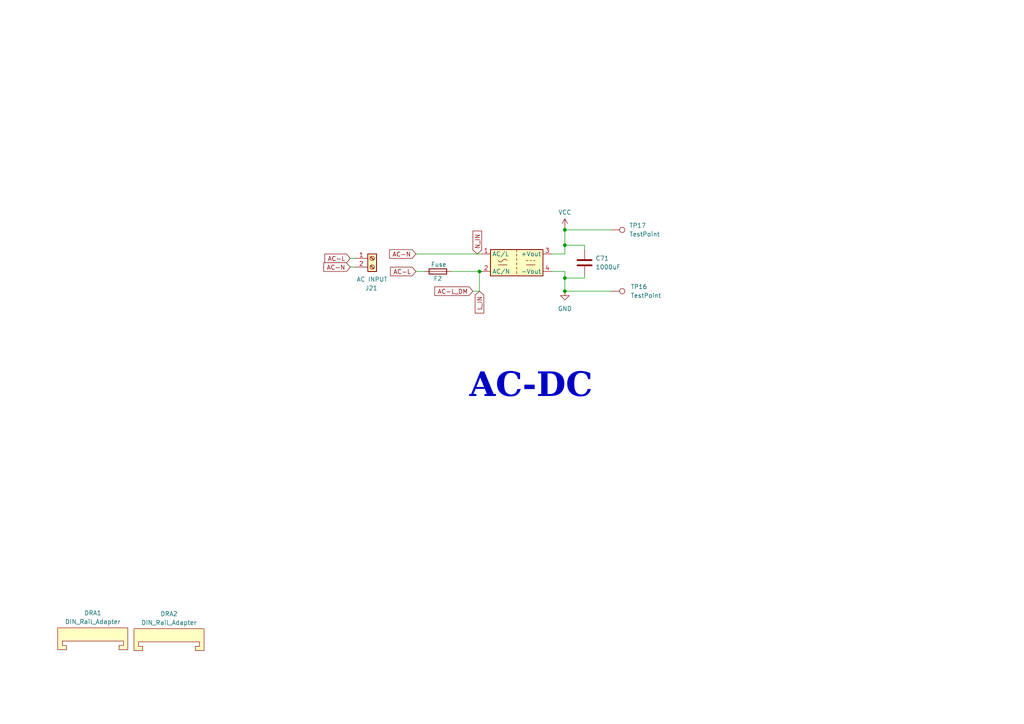
<source format=kicad_sch>
(kicad_sch (version 20231120) (generator "eeschema") (generator_version "8.0")
  (paper "A4")
  (lib_symbols
    (symbol "Connector:Screw_Terminal_01x02" (pin_names (offset 1.016) hide)
      (property "Reference" "J" (at 0 2.54 0))
      (property "Value" "Screw_Terminal_01x02" (at 0 -5.08 0))
      (symbol "Screw_Terminal_01x02_1_1"
        (rectangle (start -1.27 1.27) (end 1.27 -3.81) (stroke (width 0.254)) (fill (type background)))
        (circle (center 0 -2.54) (radius 0.635) (stroke (width 0.1524)))
        (polyline (pts (xy -0.5334 -2.2098) (xy 0.3302 -3.048)) (stroke (width 0.1524)))
        (polyline (pts (xy -0.5334 0.3302) (xy 0.3302 -0.508)) (stroke (width 0.1524)))
        (polyline (pts (xy -0.3556 -2.032) (xy 0.508 -2.8702)) (stroke (width 0.1524)))
        (polyline (pts (xy -0.3556 0.508) (xy 0.508 -0.3302)) (stroke (width 0.1524)))
        (circle (center 0 0) (radius 0.635) (stroke (width 0.1524)))
        (pin passive line (at -5.08 0 0) (length 3.81) (name "Pin_1") (number "1"))
        (pin passive line (at -5.08 -2.54 0) (length 3.81) (name "Pin_2") (number "2"))
      )
    )
    (symbol "Connector:TestPoint" (pin_numbers hide) (pin_names (offset 0.762) hide)
      (property "Reference" "TP" (at 0 6.858 0))
      (property "Value" "TestPoint" (at 0 5.08 0))
      (symbol "TestPoint_0_1"
        (circle (center 0 3.302) (radius 0.762))
      )
      (symbol "TestPoint_1_1"
        (pin passive line (at 0 0 90) (length 2.54) (name "1") (number "1"))
      )
    )
    (symbol "Converter_ACDC:HLK-12M05A"
      (property "Reference" "PS" (at 0 5.08 0))
      (property "Value" "HLK-12M05A" (at 0 -5.08 0))
      (symbol "HLK-12M05A_0_1"
        (rectangle (start -7.62 3.81) (end 7.62 -3.81) (stroke (width 0.254)) (fill (type background)))
        (arc (start -5.334 0.635) (mid -4.699 0.2495) (end -4.064 0.635))
        (arc (start -2.794 0.635) (mid -3.429 1.0072) (end -4.064 0.635))
        (polyline (pts (xy -5.334 -0.635) (xy -2.794 -0.635)))
        (polyline (pts (xy 0 -2.54) (xy 0 -3.175)))
        (polyline (pts (xy 0 -1.27) (xy 0 -1.905)))
        (polyline (pts (xy 0 0) (xy 0 -0.635)))
        (polyline (pts (xy 0 1.27) (xy 0 0.635)))
        (polyline (pts (xy 0 2.54) (xy 0 1.905)))
        (polyline (pts (xy 0 3.81) (xy 0 3.175)))
        (polyline (pts (xy 2.794 -0.635) (xy 5.334 -0.635)))
        (polyline (pts (xy 2.794 0.635) (xy 3.302 0.635)))
        (polyline (pts (xy 3.81 0.635) (xy 4.318 0.635)))
        (polyline (pts (xy 4.826 0.635) (xy 5.334 0.635)))
      )
      (symbol "HLK-12M05A_1_1"
        (pin power_in line (at -10.16 2.54 0) (length 2.54) (name "AC/L") (number "1"))
        (pin power_in line (at -10.16 -2.54 0) (length 2.54) (name "AC/N") (number "2"))
        (pin power_out line (at 10.16 2.54 180) (length 2.54) (name "+Vout") (number "3"))
        (pin power_out line (at 10.16 -2.54 180) (length 2.54) (name "-Vout") (number "4"))
      )
    )
    (symbol "Device:C" (pin_numbers hide) (pin_names (offset 0.254))
      (property "Reference" "C" (at 0.635 2.54 0))
      (property "Value" "C" (at 0.635 -2.54 0))
      (symbol "C_0_1"
        (polyline (pts (xy -2.032 -0.762) (xy 2.032 -0.762)) (stroke (width 0.508)))
        (polyline (pts (xy -2.032 0.762) (xy 2.032 0.762)) (stroke (width 0.508)))
      )
      (symbol "C_1_1"
        (pin passive line (at 0 3.81 270) (length 2.794) (name "~") (number "1"))
        (pin passive line (at 0 -3.81 90) (length 2.794) (name "~") (number "2"))
      )
    )
    (symbol "Device:Fuse" (pin_numbers hide) (pin_names (offset 0))
      (property "Reference" "F" (at 2.032 0 90))
      (property "Value" "Fuse" (at -1.905 0 90))
      (symbol "Fuse_0_1"
        (rectangle (start -0.762 -2.54) (end 0.762 2.54) (stroke (width 0.254)))
        (polyline (pts (xy 0 2.54) (xy 0 -2.54)))
      )
      (symbol "Fuse_1_1"
        (pin passive line (at 0 3.81 270) (length 1.27) (name "~") (number "1"))
        (pin passive line (at 0 -3.81 90) (length 1.27) (name "~") (number "2"))
      )
    )
    (symbol "Mechanical:DIN_Rail_Adapter"
      (property "Reference" "DRA" (at 0 6.35 0))
      (property "Value" "DIN_Rail_Adapter" (at 0 3.81 0))
      (symbol "DIN_Rail_Adapter_0_1"
        (polyline (pts (xy 10.16 2.54) (xy -10.16 2.54) (xy -10.16 -3.81) (xy -7.62 -3.81) (xy -7.62 -2.54) (xy -8.89 -2.54) (xy -8.89 -1.27) (xy 8.89 -1.27) (xy 8.89 -2.54) (xy 7.62 -2.54) (xy 7.62 -3.81) (xy 10.16 -3.81) (xy 10.16 2.54) (xy -10.16 2.54)) (fill (type background)))
      )
    )
    (symbol "power:GND" (power) (pin_names (offset 0))
      (property "Value" "GND" (at 0 -3.81 0))
      (symbol "GND_0_1"
        (polyline (pts (xy 0 0) (xy 0 -1.27) (xy 1.27 -1.27) (xy 0 -2.54) (xy -1.27 -1.27) (xy 0 -1.27)))
      )
      (symbol "GND_1_1"
        (pin power_in line (at 0 0 270) (length 0) hide (name "GND") (number "1"))
      )
    )
    (symbol "power:VCC" (power) (pin_numbers hide) (pin_names (offset 0) hide)
      (property "Value" "VCC" (at 0 3.556 0))
      (symbol "VCC_0_1"
        (polyline (pts (xy -0.762 1.27) (xy 0 2.54)))
        (polyline (pts (xy 0 0) (xy 0 2.54)))
        (polyline (pts (xy 0 2.54) (xy 0.762 1.27)))
      )
      (symbol "VCC_1_1"
        (pin power_in line (at 0 0 90) (length 0) (name "~") (number "1"))
      )
    )
  )
  (junction (at 163.83 84.455))
  (junction (at 163.83 80.645))
  (junction (at 163.83 66.675))
  (junction (at 139.065 78.74))
  (junction (at 163.83 71.12))
  (wire (pts (xy 102.87 77.47) (xy 101.6 77.47)))
  (wire (pts (xy 163.83 66.675) (xy 163.83 71.12)))
  (wire (pts (xy 137.16 84.455) (xy 139.065 84.455)))
  (wire (pts (xy 169.545 71.12) (xy 163.83 71.12)))
  (wire (pts (xy 163.83 84.455) (xy 177.165 84.455)))
  (wire (pts (xy 163.83 71.12) (xy 163.83 73.66)))
  (wire (pts (xy 163.83 80.645) (xy 163.83 84.455)))
  (wire (pts (xy 163.83 66.675) (xy 177.165 66.675)))
  (wire (pts (xy 130.81 78.74) (xy 139.065 78.74)))
  (wire (pts (xy 120.65 73.66) (xy 139.7 73.66)))
  (wire (pts (xy 163.83 66.04) (xy 163.83 66.675)))
  (wire (pts (xy 169.545 71.12) (xy 169.545 72.39)))
  (wire (pts (xy 163.83 73.66) (xy 160.02 73.66)))
  (wire (pts (xy 139.065 78.74) (xy 139.7 78.74)))
  (wire (pts (xy 163.83 80.645) (xy 169.545 80.645)))
  (wire (pts (xy 160.02 78.74) (xy 163.83 78.74)))
  (wire (pts (xy 139.065 84.455) (xy 139.065 78.74)))
  (wire (pts (xy 120.65 78.74) (xy 123.19 78.74)))
  (wire (pts (xy 163.83 78.74) (xy 163.83 80.645)))
  (wire (pts (xy 102.87 74.93) (xy 101.6 74.93)))
  (wire (pts (xy 169.545 80.645) (xy 169.545 80.01)))
  (text "AC-DC " (at 136.144 118.11 0) (effects (font (size 7 7) (thickness 0.3) (bold yes)) (justify left bottom)))
  (global_label "AC-L" (shape input) (at 101.6 74.93 180) (property "Intersheetrefs" "${INTERSHEET_REFS}" (effects (hide yes))))
  (global_label "AC-L_DM" (shape input) (at 137.16 84.455 180) (property "Intersheetrefs" "${INTERSHEET_REFS}" (effects (hide yes))))
  (global_label "N_IN" (shape input) (at 138.43 73.66 90) (property "Intersheetrefs" "${INTERSHEET_REFS}" (effects (hide yes))))
  (global_label "AC-L" (shape input) (at 120.65 78.74 180) (property "Intersheetrefs" "${INTERSHEET_REFS}" (effects (hide yes))))
  (global_label "AC-N" (shape input) (at 120.65 73.66 180) (property "Intersheetrefs" "${INTERSHEET_REFS}" (effects (hide yes))))
  (global_label "L_IN" (shape input) (at 139.065 84.455 270) (property "Intersheetrefs" "${INTERSHEET_REFS}" (effects (hide yes))))
  (global_label "AC-N" (shape input) (at 101.6 77.47 180) (property "Intersheetrefs" "${INTERSHEET_REFS}" (effects (hide yes))))
  (symbol (lib_id "Device:C") (at 169.545 76.2 180) (unit 1)
    (property "Reference" "C71" (at 172.72 74.9299 0) (effects (justify right)))
    (property "Value" "1000uF" (at 172.72 77.4699 0) (effects (justify right)))
    (property "Footprint" "Capacitor_SMD:C_1210_3225Metric" (effects (hide yes)))
    (property "Description" "Unpolarized capacitor" (effects (hide yes)))
  )
  (symbol (lib_id "Device:Fuse") (at 127 78.74 90) (unit 1)
    (property "Reference" "F2" (at 127 80.772 90))
    (property "Value" "Fuse" (at 127.254 76.708 90))
    (property "Footprint" "Fuse:Fuseholder_Cylinder-5x20mm_Schurter_0031_8201_Horizontal_Open" (effects (hide yes)))
    (property "Description" "Fuse" (effects (hide yes)))
  )
  (symbol (lib_id "Connector:TestPoint") (at 177.165 84.455 270) (unit 1)
    (property "Reference" "TP16" (at 182.88 83.1849 90) (effects (justify left)))
    (property "Value" "TestPoint" (at 182.88 85.7249 90) (effects (justify left)))
    (property "Footprint" "TestPoint:TestPoint_Pad_D1.0mm" (effects (hide yes)))
    (property "Description" "test point" (effects (hide yes)))
  )
  (symbol (lib_id "Converter_ACDC:HLK-12M05A") (at 149.86 76.2 0) (unit 1)
    (property "Reference" "PS1" (effects (hide yes)))
    (property "Value" "HLK-12M05A" (effects (hide yes)))
    (property "Footprint" "AC 2A:AC-DC" (effects (hide yes)))
    (property "Datasheet" "https://h.hlktech.com/download/ACDC%E7%94%B5%E6%BA%90%E6%A8%A1%E5%9D%9712W%E7%B3%BB%E5%88%97/1/12W%E7%B3%BB%E5%88%97%E8%A7%84%E6%A0%BC%E4%B9%A6.pdf" (effects (hide yes)))
    (property "Description" "Compact AC/DC board mount power module 12W 5V" (effects (hide yes)))
  )
  (symbol (lib_id "power:VCC") (at 163.83 66.04 0) (unit 1)
    (property "Reference" "#PWR0117" (effects (hide yes)))
    (property "Value" "VCC" (at 163.83 61.595 0))
    (property "Description" "Power symbol creates a global label with name \"VCC\"" (effects (hide yes)))
  )
  (symbol (lib_id "Connector:Screw_Terminal_01x02") (at 107.95 74.93 0) (unit 1)
    (property "Reference" "J21" (at 105.918 83.566 0) (effects (justify left)))
    (property "Value" "AC INPUT" (at 103.378 81.026 0) (effects (justify left)))
    (property "Footprint" "TerminalBlock_Altech:Altech_AK300_1x02_P5.00mm_45-Degree" (effects (hide yes)))
    (property "Description" "Generic screw terminal, single row, 01x02, script generated (kicad-library-utils/schlib/autogen/connector/)" (effects (hide yes)))
  )
  (symbol (lib_id "Connector:TestPoint") (at 177.165 66.675 270) (unit 1)
    (property "Reference" "TP17" (at 182.499 65.4049 90) (effects (justify left)))
    (property "Value" "TestPoint" (at 182.499 67.9449 90) (effects (justify left)))
    (property "Footprint" "TestPoint:TestPoint_Pad_D1.0mm" (effects (hide yes)))
    (property "Description" "test point" (effects (hide yes)))
  )
  (symbol (lib_id "Mechanical:DIN_Rail_Adapter") (at 49.022 184.912 0) (unit 1)
    (property "Reference" "DRA2" (at 49.022 178.054 0))
    (property "Value" "DIN_Rail_Adapter" (at 49.022 180.594 0))
    (property "Footprint" "MountingEquipment:DINRailAdapter_3xM3_PhoenixContact_1201578" (effects (hide yes)))
    (property "Description" "DIN Rail adapter universal, mounting holes without connection" (effects (hide yes)))
  )
  (symbol (lib_id "power:GND") (at 163.83 84.455 0) (unit 1)
    (property "Reference" "#PWR075" (effects (hide yes)))
    (property "Value" "GND" (at 163.83 89.535 0))
  )
  (symbol (lib_id "Mechanical:DIN_Rail_Adapter") (at 26.924 184.658 0) (unit 1)
    (property "Reference" "DRA1" (at 26.924 177.8 0))
    (property "Value" "DIN_Rail_Adapter" (at 26.924 180.34 0))
    (property "Footprint" "MountingEquipment:DINRailAdapter_3xM3_PhoenixContact_1201578" (effects (hide yes)))
    (property "Description" "DIN Rail adapter universal, mounting holes without connection" (effects (hide yes)))
  )
)
</source>
